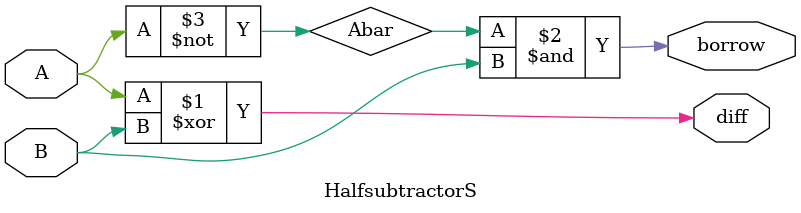
<source format=v>
`timescale 1ns / 1ps
module HalfsubtractorS(diff,borrow,A,B
    );
input A,B;
output diff,borrow;
xor g1(diff,A,B);
not g2(Abar,A);
and g3(borrow,Abar,B);

endmodule

</source>
